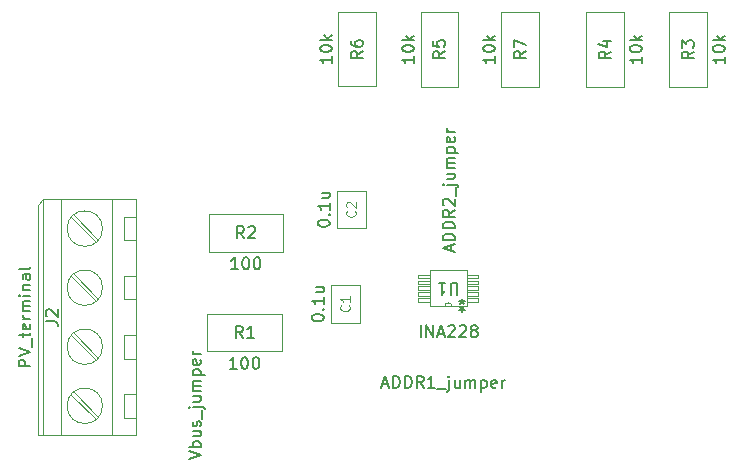
<source format=gbr>
G04 #@! TF.GenerationSoftware,KiCad,Pcbnew,8.0.6-8.0.6-0~ubuntu22.04.1*
G04 #@! TF.CreationDate,2024-11-13T10:01:42+01:00*
G04 #@! TF.ProjectId,INA228_hat,494e4132-3238-45f6-9861-742e6b696361,rev?*
G04 #@! TF.SameCoordinates,Original*
G04 #@! TF.FileFunction,AssemblyDrawing,Top*
%FSLAX46Y46*%
G04 Gerber Fmt 4.6, Leading zero omitted, Abs format (unit mm)*
G04 Created by KiCad (PCBNEW 8.0.6-8.0.6-0~ubuntu22.04.1) date 2024-11-13 10:01:42*
%MOMM*%
%LPD*%
G01*
G04 APERTURE LIST*
%ADD10C,0.150000*%
%ADD11C,0.120000*%
%ADD12C,0.100000*%
%ADD13C,0.025400*%
G04 APERTURE END LIST*
D10*
X139134819Y-56570238D02*
X139134819Y-57141666D01*
X139134819Y-56855952D02*
X138134819Y-56855952D01*
X138134819Y-56855952D02*
X138277676Y-56951190D01*
X138277676Y-56951190D02*
X138372914Y-57046428D01*
X138372914Y-57046428D02*
X138420533Y-57141666D01*
X138134819Y-55951190D02*
X138134819Y-55855952D01*
X138134819Y-55855952D02*
X138182438Y-55760714D01*
X138182438Y-55760714D02*
X138230057Y-55713095D01*
X138230057Y-55713095D02*
X138325295Y-55665476D01*
X138325295Y-55665476D02*
X138515771Y-55617857D01*
X138515771Y-55617857D02*
X138753866Y-55617857D01*
X138753866Y-55617857D02*
X138944342Y-55665476D01*
X138944342Y-55665476D02*
X139039580Y-55713095D01*
X139039580Y-55713095D02*
X139087200Y-55760714D01*
X139087200Y-55760714D02*
X139134819Y-55855952D01*
X139134819Y-55855952D02*
X139134819Y-55951190D01*
X139134819Y-55951190D02*
X139087200Y-56046428D01*
X139087200Y-56046428D02*
X139039580Y-56094047D01*
X139039580Y-56094047D02*
X138944342Y-56141666D01*
X138944342Y-56141666D02*
X138753866Y-56189285D01*
X138753866Y-56189285D02*
X138515771Y-56189285D01*
X138515771Y-56189285D02*
X138325295Y-56141666D01*
X138325295Y-56141666D02*
X138230057Y-56094047D01*
X138230057Y-56094047D02*
X138182438Y-56046428D01*
X138182438Y-56046428D02*
X138134819Y-55951190D01*
X139134819Y-55189285D02*
X138134819Y-55189285D01*
X138753866Y-55094047D02*
X139134819Y-54808333D01*
X138468152Y-54808333D02*
X138849104Y-55189285D01*
X141754819Y-56141666D02*
X141278628Y-56474999D01*
X141754819Y-56713094D02*
X140754819Y-56713094D01*
X140754819Y-56713094D02*
X140754819Y-56332142D01*
X140754819Y-56332142D02*
X140802438Y-56236904D01*
X140802438Y-56236904D02*
X140850057Y-56189285D01*
X140850057Y-56189285D02*
X140945295Y-56141666D01*
X140945295Y-56141666D02*
X141088152Y-56141666D01*
X141088152Y-56141666D02*
X141183390Y-56189285D01*
X141183390Y-56189285D02*
X141231009Y-56236904D01*
X141231009Y-56236904D02*
X141278628Y-56332142D01*
X141278628Y-56332142D02*
X141278628Y-56713094D01*
X140754819Y-55808332D02*
X140754819Y-55141666D01*
X140754819Y-55141666D02*
X141754819Y-55570237D01*
X123654819Y-78739285D02*
X123654819Y-78644047D01*
X123654819Y-78644047D02*
X123702438Y-78548809D01*
X123702438Y-78548809D02*
X123750057Y-78501190D01*
X123750057Y-78501190D02*
X123845295Y-78453571D01*
X123845295Y-78453571D02*
X124035771Y-78405952D01*
X124035771Y-78405952D02*
X124273866Y-78405952D01*
X124273866Y-78405952D02*
X124464342Y-78453571D01*
X124464342Y-78453571D02*
X124559580Y-78501190D01*
X124559580Y-78501190D02*
X124607200Y-78548809D01*
X124607200Y-78548809D02*
X124654819Y-78644047D01*
X124654819Y-78644047D02*
X124654819Y-78739285D01*
X124654819Y-78739285D02*
X124607200Y-78834523D01*
X124607200Y-78834523D02*
X124559580Y-78882142D01*
X124559580Y-78882142D02*
X124464342Y-78929761D01*
X124464342Y-78929761D02*
X124273866Y-78977380D01*
X124273866Y-78977380D02*
X124035771Y-78977380D01*
X124035771Y-78977380D02*
X123845295Y-78929761D01*
X123845295Y-78929761D02*
X123750057Y-78882142D01*
X123750057Y-78882142D02*
X123702438Y-78834523D01*
X123702438Y-78834523D02*
X123654819Y-78739285D01*
X124559580Y-77977380D02*
X124607200Y-77929761D01*
X124607200Y-77929761D02*
X124654819Y-77977380D01*
X124654819Y-77977380D02*
X124607200Y-78024999D01*
X124607200Y-78024999D02*
X124559580Y-77977380D01*
X124559580Y-77977380D02*
X124654819Y-77977380D01*
X124654819Y-76977381D02*
X124654819Y-77548809D01*
X124654819Y-77263095D02*
X123654819Y-77263095D01*
X123654819Y-77263095D02*
X123797676Y-77358333D01*
X123797676Y-77358333D02*
X123892914Y-77453571D01*
X123892914Y-77453571D02*
X123940533Y-77548809D01*
X123988152Y-76120238D02*
X124654819Y-76120238D01*
X123988152Y-76548809D02*
X124511961Y-76548809D01*
X124511961Y-76548809D02*
X124607200Y-76501190D01*
X124607200Y-76501190D02*
X124654819Y-76405952D01*
X124654819Y-76405952D02*
X124654819Y-76263095D01*
X124654819Y-76263095D02*
X124607200Y-76167857D01*
X124607200Y-76167857D02*
X124559580Y-76120238D01*
D11*
X126787664Y-77658332D02*
X126825760Y-77696428D01*
X126825760Y-77696428D02*
X126863855Y-77810713D01*
X126863855Y-77810713D02*
X126863855Y-77886904D01*
X126863855Y-77886904D02*
X126825760Y-78001190D01*
X126825760Y-78001190D02*
X126749569Y-78077380D01*
X126749569Y-78077380D02*
X126673379Y-78115475D01*
X126673379Y-78115475D02*
X126520998Y-78153571D01*
X126520998Y-78153571D02*
X126406712Y-78153571D01*
X126406712Y-78153571D02*
X126254331Y-78115475D01*
X126254331Y-78115475D02*
X126178140Y-78077380D01*
X126178140Y-78077380D02*
X126101950Y-78001190D01*
X126101950Y-78001190D02*
X126063855Y-77886904D01*
X126063855Y-77886904D02*
X126063855Y-77810713D01*
X126063855Y-77810713D02*
X126101950Y-77696428D01*
X126101950Y-77696428D02*
X126140045Y-77658332D01*
X126863855Y-76896428D02*
X126863855Y-77353571D01*
X126863855Y-77124999D02*
X126063855Y-77124999D01*
X126063855Y-77124999D02*
X126178140Y-77201190D01*
X126178140Y-77201190D02*
X126254331Y-77277380D01*
X126254331Y-77277380D02*
X126292426Y-77353571D01*
D10*
X135444104Y-73042856D02*
X135444104Y-72566666D01*
X135729819Y-73138094D02*
X134729819Y-72804761D01*
X134729819Y-72804761D02*
X135729819Y-72471428D01*
X135729819Y-72138094D02*
X134729819Y-72138094D01*
X134729819Y-72138094D02*
X134729819Y-71899999D01*
X134729819Y-71899999D02*
X134777438Y-71757142D01*
X134777438Y-71757142D02*
X134872676Y-71661904D01*
X134872676Y-71661904D02*
X134967914Y-71614285D01*
X134967914Y-71614285D02*
X135158390Y-71566666D01*
X135158390Y-71566666D02*
X135301247Y-71566666D01*
X135301247Y-71566666D02*
X135491723Y-71614285D01*
X135491723Y-71614285D02*
X135586961Y-71661904D01*
X135586961Y-71661904D02*
X135682200Y-71757142D01*
X135682200Y-71757142D02*
X135729819Y-71899999D01*
X135729819Y-71899999D02*
X135729819Y-72138094D01*
X135729819Y-71138094D02*
X134729819Y-71138094D01*
X134729819Y-71138094D02*
X134729819Y-70899999D01*
X134729819Y-70899999D02*
X134777438Y-70757142D01*
X134777438Y-70757142D02*
X134872676Y-70661904D01*
X134872676Y-70661904D02*
X134967914Y-70614285D01*
X134967914Y-70614285D02*
X135158390Y-70566666D01*
X135158390Y-70566666D02*
X135301247Y-70566666D01*
X135301247Y-70566666D02*
X135491723Y-70614285D01*
X135491723Y-70614285D02*
X135586961Y-70661904D01*
X135586961Y-70661904D02*
X135682200Y-70757142D01*
X135682200Y-70757142D02*
X135729819Y-70899999D01*
X135729819Y-70899999D02*
X135729819Y-71138094D01*
X135729819Y-69566666D02*
X135253628Y-69899999D01*
X135729819Y-70138094D02*
X134729819Y-70138094D01*
X134729819Y-70138094D02*
X134729819Y-69757142D01*
X134729819Y-69757142D02*
X134777438Y-69661904D01*
X134777438Y-69661904D02*
X134825057Y-69614285D01*
X134825057Y-69614285D02*
X134920295Y-69566666D01*
X134920295Y-69566666D02*
X135063152Y-69566666D01*
X135063152Y-69566666D02*
X135158390Y-69614285D01*
X135158390Y-69614285D02*
X135206009Y-69661904D01*
X135206009Y-69661904D02*
X135253628Y-69757142D01*
X135253628Y-69757142D02*
X135253628Y-70138094D01*
X134825057Y-69185713D02*
X134777438Y-69138094D01*
X134777438Y-69138094D02*
X134729819Y-69042856D01*
X134729819Y-69042856D02*
X134729819Y-68804761D01*
X134729819Y-68804761D02*
X134777438Y-68709523D01*
X134777438Y-68709523D02*
X134825057Y-68661904D01*
X134825057Y-68661904D02*
X134920295Y-68614285D01*
X134920295Y-68614285D02*
X135015533Y-68614285D01*
X135015533Y-68614285D02*
X135158390Y-68661904D01*
X135158390Y-68661904D02*
X135729819Y-69233332D01*
X135729819Y-69233332D02*
X135729819Y-68614285D01*
X135825057Y-68423809D02*
X135825057Y-67661904D01*
X135063152Y-67423808D02*
X135920295Y-67423808D01*
X135920295Y-67423808D02*
X136015533Y-67471427D01*
X136015533Y-67471427D02*
X136063152Y-67566665D01*
X136063152Y-67566665D02*
X136063152Y-67614284D01*
X134729819Y-67423808D02*
X134777438Y-67471427D01*
X134777438Y-67471427D02*
X134825057Y-67423808D01*
X134825057Y-67423808D02*
X134777438Y-67376189D01*
X134777438Y-67376189D02*
X134729819Y-67423808D01*
X134729819Y-67423808D02*
X134825057Y-67423808D01*
X135063152Y-66519047D02*
X135729819Y-66519047D01*
X135063152Y-66947618D02*
X135586961Y-66947618D01*
X135586961Y-66947618D02*
X135682200Y-66899999D01*
X135682200Y-66899999D02*
X135729819Y-66804761D01*
X135729819Y-66804761D02*
X135729819Y-66661904D01*
X135729819Y-66661904D02*
X135682200Y-66566666D01*
X135682200Y-66566666D02*
X135634580Y-66519047D01*
X135729819Y-66042856D02*
X135063152Y-66042856D01*
X135158390Y-66042856D02*
X135110771Y-65995237D01*
X135110771Y-65995237D02*
X135063152Y-65899999D01*
X135063152Y-65899999D02*
X135063152Y-65757142D01*
X135063152Y-65757142D02*
X135110771Y-65661904D01*
X135110771Y-65661904D02*
X135206009Y-65614285D01*
X135206009Y-65614285D02*
X135729819Y-65614285D01*
X135206009Y-65614285D02*
X135110771Y-65566666D01*
X135110771Y-65566666D02*
X135063152Y-65471428D01*
X135063152Y-65471428D02*
X135063152Y-65328571D01*
X135063152Y-65328571D02*
X135110771Y-65233332D01*
X135110771Y-65233332D02*
X135206009Y-65185713D01*
X135206009Y-65185713D02*
X135729819Y-65185713D01*
X135063152Y-64709523D02*
X136063152Y-64709523D01*
X135110771Y-64709523D02*
X135063152Y-64614285D01*
X135063152Y-64614285D02*
X135063152Y-64423809D01*
X135063152Y-64423809D02*
X135110771Y-64328571D01*
X135110771Y-64328571D02*
X135158390Y-64280952D01*
X135158390Y-64280952D02*
X135253628Y-64233333D01*
X135253628Y-64233333D02*
X135539342Y-64233333D01*
X135539342Y-64233333D02*
X135634580Y-64280952D01*
X135634580Y-64280952D02*
X135682200Y-64328571D01*
X135682200Y-64328571D02*
X135729819Y-64423809D01*
X135729819Y-64423809D02*
X135729819Y-64614285D01*
X135729819Y-64614285D02*
X135682200Y-64709523D01*
X135682200Y-63423809D02*
X135729819Y-63519047D01*
X135729819Y-63519047D02*
X135729819Y-63709523D01*
X135729819Y-63709523D02*
X135682200Y-63804761D01*
X135682200Y-63804761D02*
X135586961Y-63852380D01*
X135586961Y-63852380D02*
X135206009Y-63852380D01*
X135206009Y-63852380D02*
X135110771Y-63804761D01*
X135110771Y-63804761D02*
X135063152Y-63709523D01*
X135063152Y-63709523D02*
X135063152Y-63519047D01*
X135063152Y-63519047D02*
X135110771Y-63423809D01*
X135110771Y-63423809D02*
X135206009Y-63376190D01*
X135206009Y-63376190D02*
X135301247Y-63376190D01*
X135301247Y-63376190D02*
X135396485Y-63852380D01*
X135729819Y-62947618D02*
X135063152Y-62947618D01*
X135253628Y-62947618D02*
X135158390Y-62899999D01*
X135158390Y-62899999D02*
X135110771Y-62852380D01*
X135110771Y-62852380D02*
X135063152Y-62757142D01*
X135063152Y-62757142D02*
X135063152Y-62661904D01*
X113229819Y-90646428D02*
X114229819Y-90313095D01*
X114229819Y-90313095D02*
X113229819Y-89979762D01*
X114229819Y-89646428D02*
X113229819Y-89646428D01*
X113610771Y-89646428D02*
X113563152Y-89551190D01*
X113563152Y-89551190D02*
X113563152Y-89360714D01*
X113563152Y-89360714D02*
X113610771Y-89265476D01*
X113610771Y-89265476D02*
X113658390Y-89217857D01*
X113658390Y-89217857D02*
X113753628Y-89170238D01*
X113753628Y-89170238D02*
X114039342Y-89170238D01*
X114039342Y-89170238D02*
X114134580Y-89217857D01*
X114134580Y-89217857D02*
X114182200Y-89265476D01*
X114182200Y-89265476D02*
X114229819Y-89360714D01*
X114229819Y-89360714D02*
X114229819Y-89551190D01*
X114229819Y-89551190D02*
X114182200Y-89646428D01*
X113563152Y-88313095D02*
X114229819Y-88313095D01*
X113563152Y-88741666D02*
X114086961Y-88741666D01*
X114086961Y-88741666D02*
X114182200Y-88694047D01*
X114182200Y-88694047D02*
X114229819Y-88598809D01*
X114229819Y-88598809D02*
X114229819Y-88455952D01*
X114229819Y-88455952D02*
X114182200Y-88360714D01*
X114182200Y-88360714D02*
X114134580Y-88313095D01*
X114182200Y-87884523D02*
X114229819Y-87789285D01*
X114229819Y-87789285D02*
X114229819Y-87598809D01*
X114229819Y-87598809D02*
X114182200Y-87503571D01*
X114182200Y-87503571D02*
X114086961Y-87455952D01*
X114086961Y-87455952D02*
X114039342Y-87455952D01*
X114039342Y-87455952D02*
X113944104Y-87503571D01*
X113944104Y-87503571D02*
X113896485Y-87598809D01*
X113896485Y-87598809D02*
X113896485Y-87741666D01*
X113896485Y-87741666D02*
X113848866Y-87836904D01*
X113848866Y-87836904D02*
X113753628Y-87884523D01*
X113753628Y-87884523D02*
X113706009Y-87884523D01*
X113706009Y-87884523D02*
X113610771Y-87836904D01*
X113610771Y-87836904D02*
X113563152Y-87741666D01*
X113563152Y-87741666D02*
X113563152Y-87598809D01*
X113563152Y-87598809D02*
X113610771Y-87503571D01*
X114325057Y-87265476D02*
X114325057Y-86503571D01*
X113563152Y-86265475D02*
X114420295Y-86265475D01*
X114420295Y-86265475D02*
X114515533Y-86313094D01*
X114515533Y-86313094D02*
X114563152Y-86408332D01*
X114563152Y-86408332D02*
X114563152Y-86455951D01*
X113229819Y-86265475D02*
X113277438Y-86313094D01*
X113277438Y-86313094D02*
X113325057Y-86265475D01*
X113325057Y-86265475D02*
X113277438Y-86217856D01*
X113277438Y-86217856D02*
X113229819Y-86265475D01*
X113229819Y-86265475D02*
X113325057Y-86265475D01*
X113563152Y-85360714D02*
X114229819Y-85360714D01*
X113563152Y-85789285D02*
X114086961Y-85789285D01*
X114086961Y-85789285D02*
X114182200Y-85741666D01*
X114182200Y-85741666D02*
X114229819Y-85646428D01*
X114229819Y-85646428D02*
X114229819Y-85503571D01*
X114229819Y-85503571D02*
X114182200Y-85408333D01*
X114182200Y-85408333D02*
X114134580Y-85360714D01*
X114229819Y-84884523D02*
X113563152Y-84884523D01*
X113658390Y-84884523D02*
X113610771Y-84836904D01*
X113610771Y-84836904D02*
X113563152Y-84741666D01*
X113563152Y-84741666D02*
X113563152Y-84598809D01*
X113563152Y-84598809D02*
X113610771Y-84503571D01*
X113610771Y-84503571D02*
X113706009Y-84455952D01*
X113706009Y-84455952D02*
X114229819Y-84455952D01*
X113706009Y-84455952D02*
X113610771Y-84408333D01*
X113610771Y-84408333D02*
X113563152Y-84313095D01*
X113563152Y-84313095D02*
X113563152Y-84170238D01*
X113563152Y-84170238D02*
X113610771Y-84074999D01*
X113610771Y-84074999D02*
X113706009Y-84027380D01*
X113706009Y-84027380D02*
X114229819Y-84027380D01*
X113563152Y-83551190D02*
X114563152Y-83551190D01*
X113610771Y-83551190D02*
X113563152Y-83455952D01*
X113563152Y-83455952D02*
X113563152Y-83265476D01*
X113563152Y-83265476D02*
X113610771Y-83170238D01*
X113610771Y-83170238D02*
X113658390Y-83122619D01*
X113658390Y-83122619D02*
X113753628Y-83075000D01*
X113753628Y-83075000D02*
X114039342Y-83075000D01*
X114039342Y-83075000D02*
X114134580Y-83122619D01*
X114134580Y-83122619D02*
X114182200Y-83170238D01*
X114182200Y-83170238D02*
X114229819Y-83265476D01*
X114229819Y-83265476D02*
X114229819Y-83455952D01*
X114229819Y-83455952D02*
X114182200Y-83551190D01*
X114182200Y-82265476D02*
X114229819Y-82360714D01*
X114229819Y-82360714D02*
X114229819Y-82551190D01*
X114229819Y-82551190D02*
X114182200Y-82646428D01*
X114182200Y-82646428D02*
X114086961Y-82694047D01*
X114086961Y-82694047D02*
X113706009Y-82694047D01*
X113706009Y-82694047D02*
X113610771Y-82646428D01*
X113610771Y-82646428D02*
X113563152Y-82551190D01*
X113563152Y-82551190D02*
X113563152Y-82360714D01*
X113563152Y-82360714D02*
X113610771Y-82265476D01*
X113610771Y-82265476D02*
X113706009Y-82217857D01*
X113706009Y-82217857D02*
X113801247Y-82217857D01*
X113801247Y-82217857D02*
X113896485Y-82694047D01*
X114229819Y-81789285D02*
X113563152Y-81789285D01*
X113753628Y-81789285D02*
X113658390Y-81741666D01*
X113658390Y-81741666D02*
X113610771Y-81694047D01*
X113610771Y-81694047D02*
X113563152Y-81598809D01*
X113563152Y-81598809D02*
X113563152Y-81503571D01*
X99819819Y-82816666D02*
X98819819Y-82816666D01*
X98819819Y-82816666D02*
X98819819Y-82435714D01*
X98819819Y-82435714D02*
X98867438Y-82340476D01*
X98867438Y-82340476D02*
X98915057Y-82292857D01*
X98915057Y-82292857D02*
X99010295Y-82245238D01*
X99010295Y-82245238D02*
X99153152Y-82245238D01*
X99153152Y-82245238D02*
X99248390Y-82292857D01*
X99248390Y-82292857D02*
X99296009Y-82340476D01*
X99296009Y-82340476D02*
X99343628Y-82435714D01*
X99343628Y-82435714D02*
X99343628Y-82816666D01*
X98819819Y-81959523D02*
X99819819Y-81626190D01*
X99819819Y-81626190D02*
X98819819Y-81292857D01*
X99915057Y-81197619D02*
X99915057Y-80435714D01*
X99153152Y-80340475D02*
X99153152Y-79959523D01*
X98819819Y-80197618D02*
X99676961Y-80197618D01*
X99676961Y-80197618D02*
X99772200Y-80149999D01*
X99772200Y-80149999D02*
X99819819Y-80054761D01*
X99819819Y-80054761D02*
X99819819Y-79959523D01*
X99772200Y-79245237D02*
X99819819Y-79340475D01*
X99819819Y-79340475D02*
X99819819Y-79530951D01*
X99819819Y-79530951D02*
X99772200Y-79626189D01*
X99772200Y-79626189D02*
X99676961Y-79673808D01*
X99676961Y-79673808D02*
X99296009Y-79673808D01*
X99296009Y-79673808D02*
X99200771Y-79626189D01*
X99200771Y-79626189D02*
X99153152Y-79530951D01*
X99153152Y-79530951D02*
X99153152Y-79340475D01*
X99153152Y-79340475D02*
X99200771Y-79245237D01*
X99200771Y-79245237D02*
X99296009Y-79197618D01*
X99296009Y-79197618D02*
X99391247Y-79197618D01*
X99391247Y-79197618D02*
X99486485Y-79673808D01*
X99819819Y-78769046D02*
X99153152Y-78769046D01*
X99343628Y-78769046D02*
X99248390Y-78721427D01*
X99248390Y-78721427D02*
X99200771Y-78673808D01*
X99200771Y-78673808D02*
X99153152Y-78578570D01*
X99153152Y-78578570D02*
X99153152Y-78483332D01*
X99819819Y-78149998D02*
X99153152Y-78149998D01*
X99248390Y-78149998D02*
X99200771Y-78102379D01*
X99200771Y-78102379D02*
X99153152Y-78007141D01*
X99153152Y-78007141D02*
X99153152Y-77864284D01*
X99153152Y-77864284D02*
X99200771Y-77769046D01*
X99200771Y-77769046D02*
X99296009Y-77721427D01*
X99296009Y-77721427D02*
X99819819Y-77721427D01*
X99296009Y-77721427D02*
X99200771Y-77673808D01*
X99200771Y-77673808D02*
X99153152Y-77578570D01*
X99153152Y-77578570D02*
X99153152Y-77435713D01*
X99153152Y-77435713D02*
X99200771Y-77340474D01*
X99200771Y-77340474D02*
X99296009Y-77292855D01*
X99296009Y-77292855D02*
X99819819Y-77292855D01*
X99819819Y-76816665D02*
X99153152Y-76816665D01*
X98819819Y-76816665D02*
X98867438Y-76864284D01*
X98867438Y-76864284D02*
X98915057Y-76816665D01*
X98915057Y-76816665D02*
X98867438Y-76769046D01*
X98867438Y-76769046D02*
X98819819Y-76816665D01*
X98819819Y-76816665D02*
X98915057Y-76816665D01*
X99153152Y-76340475D02*
X99819819Y-76340475D01*
X99248390Y-76340475D02*
X99200771Y-76292856D01*
X99200771Y-76292856D02*
X99153152Y-76197618D01*
X99153152Y-76197618D02*
X99153152Y-76054761D01*
X99153152Y-76054761D02*
X99200771Y-75959523D01*
X99200771Y-75959523D02*
X99296009Y-75911904D01*
X99296009Y-75911904D02*
X99819819Y-75911904D01*
X99819819Y-75007142D02*
X99296009Y-75007142D01*
X99296009Y-75007142D02*
X99200771Y-75054761D01*
X99200771Y-75054761D02*
X99153152Y-75149999D01*
X99153152Y-75149999D02*
X99153152Y-75340475D01*
X99153152Y-75340475D02*
X99200771Y-75435713D01*
X99772200Y-75007142D02*
X99819819Y-75102380D01*
X99819819Y-75102380D02*
X99819819Y-75340475D01*
X99819819Y-75340475D02*
X99772200Y-75435713D01*
X99772200Y-75435713D02*
X99676961Y-75483332D01*
X99676961Y-75483332D02*
X99581723Y-75483332D01*
X99581723Y-75483332D02*
X99486485Y-75435713D01*
X99486485Y-75435713D02*
X99438866Y-75340475D01*
X99438866Y-75340475D02*
X99438866Y-75102380D01*
X99438866Y-75102380D02*
X99391247Y-75007142D01*
X99819819Y-74388094D02*
X99772200Y-74483332D01*
X99772200Y-74483332D02*
X99676961Y-74530951D01*
X99676961Y-74530951D02*
X98819819Y-74530951D01*
X101129819Y-78983333D02*
X101844104Y-78983333D01*
X101844104Y-78983333D02*
X101986961Y-79030952D01*
X101986961Y-79030952D02*
X102082200Y-79126190D01*
X102082200Y-79126190D02*
X102129819Y-79269047D01*
X102129819Y-79269047D02*
X102129819Y-79364285D01*
X101225057Y-78554761D02*
X101177438Y-78507142D01*
X101177438Y-78507142D02*
X101129819Y-78411904D01*
X101129819Y-78411904D02*
X101129819Y-78173809D01*
X101129819Y-78173809D02*
X101177438Y-78078571D01*
X101177438Y-78078571D02*
X101225057Y-78030952D01*
X101225057Y-78030952D02*
X101320295Y-77983333D01*
X101320295Y-77983333D02*
X101415533Y-77983333D01*
X101415533Y-77983333D02*
X101558390Y-78030952D01*
X101558390Y-78030952D02*
X102129819Y-78602380D01*
X102129819Y-78602380D02*
X102129819Y-77983333D01*
X151574819Y-56582738D02*
X151574819Y-57154166D01*
X151574819Y-56868452D02*
X150574819Y-56868452D01*
X150574819Y-56868452D02*
X150717676Y-56963690D01*
X150717676Y-56963690D02*
X150812914Y-57058928D01*
X150812914Y-57058928D02*
X150860533Y-57154166D01*
X150574819Y-55963690D02*
X150574819Y-55868452D01*
X150574819Y-55868452D02*
X150622438Y-55773214D01*
X150622438Y-55773214D02*
X150670057Y-55725595D01*
X150670057Y-55725595D02*
X150765295Y-55677976D01*
X150765295Y-55677976D02*
X150955771Y-55630357D01*
X150955771Y-55630357D02*
X151193866Y-55630357D01*
X151193866Y-55630357D02*
X151384342Y-55677976D01*
X151384342Y-55677976D02*
X151479580Y-55725595D01*
X151479580Y-55725595D02*
X151527200Y-55773214D01*
X151527200Y-55773214D02*
X151574819Y-55868452D01*
X151574819Y-55868452D02*
X151574819Y-55963690D01*
X151574819Y-55963690D02*
X151527200Y-56058928D01*
X151527200Y-56058928D02*
X151479580Y-56106547D01*
X151479580Y-56106547D02*
X151384342Y-56154166D01*
X151384342Y-56154166D02*
X151193866Y-56201785D01*
X151193866Y-56201785D02*
X150955771Y-56201785D01*
X150955771Y-56201785D02*
X150765295Y-56154166D01*
X150765295Y-56154166D02*
X150670057Y-56106547D01*
X150670057Y-56106547D02*
X150622438Y-56058928D01*
X150622438Y-56058928D02*
X150574819Y-55963690D01*
X151574819Y-55201785D02*
X150574819Y-55201785D01*
X151193866Y-55106547D02*
X151574819Y-54820833D01*
X150908152Y-54820833D02*
X151289104Y-55201785D01*
X148954819Y-56154166D02*
X148478628Y-56487499D01*
X148954819Y-56725594D02*
X147954819Y-56725594D01*
X147954819Y-56725594D02*
X147954819Y-56344642D01*
X147954819Y-56344642D02*
X148002438Y-56249404D01*
X148002438Y-56249404D02*
X148050057Y-56201785D01*
X148050057Y-56201785D02*
X148145295Y-56154166D01*
X148145295Y-56154166D02*
X148288152Y-56154166D01*
X148288152Y-56154166D02*
X148383390Y-56201785D01*
X148383390Y-56201785D02*
X148431009Y-56249404D01*
X148431009Y-56249404D02*
X148478628Y-56344642D01*
X148478628Y-56344642D02*
X148478628Y-56725594D01*
X148288152Y-55297023D02*
X148954819Y-55297023D01*
X147907200Y-55535118D02*
X148621485Y-55773213D01*
X148621485Y-55773213D02*
X148621485Y-55154166D01*
X132865397Y-80338668D02*
X132865397Y-79338668D01*
X133341587Y-80338668D02*
X133341587Y-79338668D01*
X133341587Y-79338668D02*
X133913015Y-80338668D01*
X133913015Y-80338668D02*
X133913015Y-79338668D01*
X134341587Y-80052953D02*
X134817777Y-80052953D01*
X134246349Y-80338668D02*
X134579682Y-79338668D01*
X134579682Y-79338668D02*
X134913015Y-80338668D01*
X135198730Y-79433906D02*
X135246349Y-79386287D01*
X135246349Y-79386287D02*
X135341587Y-79338668D01*
X135341587Y-79338668D02*
X135579682Y-79338668D01*
X135579682Y-79338668D02*
X135674920Y-79386287D01*
X135674920Y-79386287D02*
X135722539Y-79433906D01*
X135722539Y-79433906D02*
X135770158Y-79529144D01*
X135770158Y-79529144D02*
X135770158Y-79624382D01*
X135770158Y-79624382D02*
X135722539Y-79767239D01*
X135722539Y-79767239D02*
X135151111Y-80338668D01*
X135151111Y-80338668D02*
X135770158Y-80338668D01*
X136151111Y-79433906D02*
X136198730Y-79386287D01*
X136198730Y-79386287D02*
X136293968Y-79338668D01*
X136293968Y-79338668D02*
X136532063Y-79338668D01*
X136532063Y-79338668D02*
X136627301Y-79386287D01*
X136627301Y-79386287D02*
X136674920Y-79433906D01*
X136674920Y-79433906D02*
X136722539Y-79529144D01*
X136722539Y-79529144D02*
X136722539Y-79624382D01*
X136722539Y-79624382D02*
X136674920Y-79767239D01*
X136674920Y-79767239D02*
X136103492Y-80338668D01*
X136103492Y-80338668D02*
X136722539Y-80338668D01*
X137293968Y-79767239D02*
X137198730Y-79719620D01*
X137198730Y-79719620D02*
X137151111Y-79672001D01*
X137151111Y-79672001D02*
X137103492Y-79576763D01*
X137103492Y-79576763D02*
X137103492Y-79529144D01*
X137103492Y-79529144D02*
X137151111Y-79433906D01*
X137151111Y-79433906D02*
X137198730Y-79386287D01*
X137198730Y-79386287D02*
X137293968Y-79338668D01*
X137293968Y-79338668D02*
X137484444Y-79338668D01*
X137484444Y-79338668D02*
X137579682Y-79386287D01*
X137579682Y-79386287D02*
X137627301Y-79433906D01*
X137627301Y-79433906D02*
X137674920Y-79529144D01*
X137674920Y-79529144D02*
X137674920Y-79576763D01*
X137674920Y-79576763D02*
X137627301Y-79672001D01*
X137627301Y-79672001D02*
X137579682Y-79719620D01*
X137579682Y-79719620D02*
X137484444Y-79767239D01*
X137484444Y-79767239D02*
X137293968Y-79767239D01*
X137293968Y-79767239D02*
X137198730Y-79814858D01*
X137198730Y-79814858D02*
X137151111Y-79862477D01*
X137151111Y-79862477D02*
X137103492Y-79957715D01*
X137103492Y-79957715D02*
X137103492Y-80148191D01*
X137103492Y-80148191D02*
X137151111Y-80243429D01*
X137151111Y-80243429D02*
X137198730Y-80291049D01*
X137198730Y-80291049D02*
X137293968Y-80338668D01*
X137293968Y-80338668D02*
X137484444Y-80338668D01*
X137484444Y-80338668D02*
X137579682Y-80291049D01*
X137579682Y-80291049D02*
X137627301Y-80243429D01*
X137627301Y-80243429D02*
X137674920Y-80148191D01*
X137674920Y-80148191D02*
X137674920Y-79957715D01*
X137674920Y-79957715D02*
X137627301Y-79862477D01*
X137627301Y-79862477D02*
X137579682Y-79814858D01*
X137579682Y-79814858D02*
X137484444Y-79767239D01*
X135961903Y-76729030D02*
X135961903Y-75919507D01*
X135961903Y-75919507D02*
X135914284Y-75824269D01*
X135914284Y-75824269D02*
X135866665Y-75776650D01*
X135866665Y-75776650D02*
X135771427Y-75729030D01*
X135771427Y-75729030D02*
X135580951Y-75729030D01*
X135580951Y-75729030D02*
X135485713Y-75776650D01*
X135485713Y-75776650D02*
X135438094Y-75824269D01*
X135438094Y-75824269D02*
X135390475Y-75919507D01*
X135390475Y-75919507D02*
X135390475Y-76729030D01*
X134390475Y-75729030D02*
X134961903Y-75729030D01*
X134676189Y-75729030D02*
X134676189Y-76729030D01*
X134676189Y-76729030D02*
X134771427Y-76586173D01*
X134771427Y-76586173D02*
X134866665Y-76490935D01*
X134866665Y-76490935D02*
X134961903Y-76443316D01*
X136368399Y-77111869D02*
X136368399Y-77349964D01*
X136130304Y-77254726D02*
X136368399Y-77349964D01*
X136368399Y-77349964D02*
X136606494Y-77254726D01*
X136225542Y-77540440D02*
X136368399Y-77349964D01*
X136368399Y-77349964D02*
X136511256Y-77540440D01*
X136368398Y-78202230D02*
X136368398Y-77964135D01*
X136606493Y-78059373D02*
X136368398Y-77964135D01*
X136368398Y-77964135D02*
X136130303Y-78059373D01*
X136511255Y-77773659D02*
X136368398Y-77964135D01*
X136368398Y-77964135D02*
X136225541Y-77773659D01*
X125334819Y-56557738D02*
X125334819Y-57129166D01*
X125334819Y-56843452D02*
X124334819Y-56843452D01*
X124334819Y-56843452D02*
X124477676Y-56938690D01*
X124477676Y-56938690D02*
X124572914Y-57033928D01*
X124572914Y-57033928D02*
X124620533Y-57129166D01*
X124334819Y-55938690D02*
X124334819Y-55843452D01*
X124334819Y-55843452D02*
X124382438Y-55748214D01*
X124382438Y-55748214D02*
X124430057Y-55700595D01*
X124430057Y-55700595D02*
X124525295Y-55652976D01*
X124525295Y-55652976D02*
X124715771Y-55605357D01*
X124715771Y-55605357D02*
X124953866Y-55605357D01*
X124953866Y-55605357D02*
X125144342Y-55652976D01*
X125144342Y-55652976D02*
X125239580Y-55700595D01*
X125239580Y-55700595D02*
X125287200Y-55748214D01*
X125287200Y-55748214D02*
X125334819Y-55843452D01*
X125334819Y-55843452D02*
X125334819Y-55938690D01*
X125334819Y-55938690D02*
X125287200Y-56033928D01*
X125287200Y-56033928D02*
X125239580Y-56081547D01*
X125239580Y-56081547D02*
X125144342Y-56129166D01*
X125144342Y-56129166D02*
X124953866Y-56176785D01*
X124953866Y-56176785D02*
X124715771Y-56176785D01*
X124715771Y-56176785D02*
X124525295Y-56129166D01*
X124525295Y-56129166D02*
X124430057Y-56081547D01*
X124430057Y-56081547D02*
X124382438Y-56033928D01*
X124382438Y-56033928D02*
X124334819Y-55938690D01*
X125334819Y-55176785D02*
X124334819Y-55176785D01*
X124953866Y-55081547D02*
X125334819Y-54795833D01*
X124668152Y-54795833D02*
X125049104Y-55176785D01*
X127954819Y-56129166D02*
X127478628Y-56462499D01*
X127954819Y-56700594D02*
X126954819Y-56700594D01*
X126954819Y-56700594D02*
X126954819Y-56319642D01*
X126954819Y-56319642D02*
X127002438Y-56224404D01*
X127002438Y-56224404D02*
X127050057Y-56176785D01*
X127050057Y-56176785D02*
X127145295Y-56129166D01*
X127145295Y-56129166D02*
X127288152Y-56129166D01*
X127288152Y-56129166D02*
X127383390Y-56176785D01*
X127383390Y-56176785D02*
X127431009Y-56224404D01*
X127431009Y-56224404D02*
X127478628Y-56319642D01*
X127478628Y-56319642D02*
X127478628Y-56700594D01*
X126954819Y-55272023D02*
X126954819Y-55462499D01*
X126954819Y-55462499D02*
X127002438Y-55557737D01*
X127002438Y-55557737D02*
X127050057Y-55605356D01*
X127050057Y-55605356D02*
X127192914Y-55700594D01*
X127192914Y-55700594D02*
X127383390Y-55748213D01*
X127383390Y-55748213D02*
X127764342Y-55748213D01*
X127764342Y-55748213D02*
X127859580Y-55700594D01*
X127859580Y-55700594D02*
X127907200Y-55652975D01*
X127907200Y-55652975D02*
X127954819Y-55557737D01*
X127954819Y-55557737D02*
X127954819Y-55367261D01*
X127954819Y-55367261D02*
X127907200Y-55272023D01*
X127907200Y-55272023D02*
X127859580Y-55224404D01*
X127859580Y-55224404D02*
X127764342Y-55176785D01*
X127764342Y-55176785D02*
X127526247Y-55176785D01*
X127526247Y-55176785D02*
X127431009Y-55224404D01*
X127431009Y-55224404D02*
X127383390Y-55272023D01*
X127383390Y-55272023D02*
X127335771Y-55367261D01*
X127335771Y-55367261D02*
X127335771Y-55557737D01*
X127335771Y-55557737D02*
X127383390Y-55652975D01*
X127383390Y-55652975D02*
X127431009Y-55700594D01*
X127431009Y-55700594D02*
X127526247Y-55748213D01*
X132284819Y-56570238D02*
X132284819Y-57141666D01*
X132284819Y-56855952D02*
X131284819Y-56855952D01*
X131284819Y-56855952D02*
X131427676Y-56951190D01*
X131427676Y-56951190D02*
X131522914Y-57046428D01*
X131522914Y-57046428D02*
X131570533Y-57141666D01*
X131284819Y-55951190D02*
X131284819Y-55855952D01*
X131284819Y-55855952D02*
X131332438Y-55760714D01*
X131332438Y-55760714D02*
X131380057Y-55713095D01*
X131380057Y-55713095D02*
X131475295Y-55665476D01*
X131475295Y-55665476D02*
X131665771Y-55617857D01*
X131665771Y-55617857D02*
X131903866Y-55617857D01*
X131903866Y-55617857D02*
X132094342Y-55665476D01*
X132094342Y-55665476D02*
X132189580Y-55713095D01*
X132189580Y-55713095D02*
X132237200Y-55760714D01*
X132237200Y-55760714D02*
X132284819Y-55855952D01*
X132284819Y-55855952D02*
X132284819Y-55951190D01*
X132284819Y-55951190D02*
X132237200Y-56046428D01*
X132237200Y-56046428D02*
X132189580Y-56094047D01*
X132189580Y-56094047D02*
X132094342Y-56141666D01*
X132094342Y-56141666D02*
X131903866Y-56189285D01*
X131903866Y-56189285D02*
X131665771Y-56189285D01*
X131665771Y-56189285D02*
X131475295Y-56141666D01*
X131475295Y-56141666D02*
X131380057Y-56094047D01*
X131380057Y-56094047D02*
X131332438Y-56046428D01*
X131332438Y-56046428D02*
X131284819Y-55951190D01*
X132284819Y-55189285D02*
X131284819Y-55189285D01*
X131903866Y-55094047D02*
X132284819Y-54808333D01*
X131618152Y-54808333D02*
X131999104Y-55189285D01*
X134904819Y-56141666D02*
X134428628Y-56474999D01*
X134904819Y-56713094D02*
X133904819Y-56713094D01*
X133904819Y-56713094D02*
X133904819Y-56332142D01*
X133904819Y-56332142D02*
X133952438Y-56236904D01*
X133952438Y-56236904D02*
X134000057Y-56189285D01*
X134000057Y-56189285D02*
X134095295Y-56141666D01*
X134095295Y-56141666D02*
X134238152Y-56141666D01*
X134238152Y-56141666D02*
X134333390Y-56189285D01*
X134333390Y-56189285D02*
X134381009Y-56236904D01*
X134381009Y-56236904D02*
X134428628Y-56332142D01*
X134428628Y-56332142D02*
X134428628Y-56713094D01*
X133904819Y-55236904D02*
X133904819Y-55713094D01*
X133904819Y-55713094D02*
X134381009Y-55760713D01*
X134381009Y-55760713D02*
X134333390Y-55713094D01*
X134333390Y-55713094D02*
X134285771Y-55617856D01*
X134285771Y-55617856D02*
X134285771Y-55379761D01*
X134285771Y-55379761D02*
X134333390Y-55284523D01*
X134333390Y-55284523D02*
X134381009Y-55236904D01*
X134381009Y-55236904D02*
X134476247Y-55189285D01*
X134476247Y-55189285D02*
X134714342Y-55189285D01*
X134714342Y-55189285D02*
X134809580Y-55236904D01*
X134809580Y-55236904D02*
X134857200Y-55284523D01*
X134857200Y-55284523D02*
X134904819Y-55379761D01*
X134904819Y-55379761D02*
X134904819Y-55617856D01*
X134904819Y-55617856D02*
X134857200Y-55713094D01*
X134857200Y-55713094D02*
X134809580Y-55760713D01*
X117395833Y-74574819D02*
X116824405Y-74574819D01*
X117110119Y-74574819D02*
X117110119Y-73574819D01*
X117110119Y-73574819D02*
X117014881Y-73717676D01*
X117014881Y-73717676D02*
X116919643Y-73812914D01*
X116919643Y-73812914D02*
X116824405Y-73860533D01*
X118014881Y-73574819D02*
X118110119Y-73574819D01*
X118110119Y-73574819D02*
X118205357Y-73622438D01*
X118205357Y-73622438D02*
X118252976Y-73670057D01*
X118252976Y-73670057D02*
X118300595Y-73765295D01*
X118300595Y-73765295D02*
X118348214Y-73955771D01*
X118348214Y-73955771D02*
X118348214Y-74193866D01*
X118348214Y-74193866D02*
X118300595Y-74384342D01*
X118300595Y-74384342D02*
X118252976Y-74479580D01*
X118252976Y-74479580D02*
X118205357Y-74527200D01*
X118205357Y-74527200D02*
X118110119Y-74574819D01*
X118110119Y-74574819D02*
X118014881Y-74574819D01*
X118014881Y-74574819D02*
X117919643Y-74527200D01*
X117919643Y-74527200D02*
X117872024Y-74479580D01*
X117872024Y-74479580D02*
X117824405Y-74384342D01*
X117824405Y-74384342D02*
X117776786Y-74193866D01*
X117776786Y-74193866D02*
X117776786Y-73955771D01*
X117776786Y-73955771D02*
X117824405Y-73765295D01*
X117824405Y-73765295D02*
X117872024Y-73670057D01*
X117872024Y-73670057D02*
X117919643Y-73622438D01*
X117919643Y-73622438D02*
X118014881Y-73574819D01*
X118967262Y-73574819D02*
X119062500Y-73574819D01*
X119062500Y-73574819D02*
X119157738Y-73622438D01*
X119157738Y-73622438D02*
X119205357Y-73670057D01*
X119205357Y-73670057D02*
X119252976Y-73765295D01*
X119252976Y-73765295D02*
X119300595Y-73955771D01*
X119300595Y-73955771D02*
X119300595Y-74193866D01*
X119300595Y-74193866D02*
X119252976Y-74384342D01*
X119252976Y-74384342D02*
X119205357Y-74479580D01*
X119205357Y-74479580D02*
X119157738Y-74527200D01*
X119157738Y-74527200D02*
X119062500Y-74574819D01*
X119062500Y-74574819D02*
X118967262Y-74574819D01*
X118967262Y-74574819D02*
X118872024Y-74527200D01*
X118872024Y-74527200D02*
X118824405Y-74479580D01*
X118824405Y-74479580D02*
X118776786Y-74384342D01*
X118776786Y-74384342D02*
X118729167Y-74193866D01*
X118729167Y-74193866D02*
X118729167Y-73955771D01*
X118729167Y-73955771D02*
X118776786Y-73765295D01*
X118776786Y-73765295D02*
X118824405Y-73670057D01*
X118824405Y-73670057D02*
X118872024Y-73622438D01*
X118872024Y-73622438D02*
X118967262Y-73574819D01*
X117895833Y-71954819D02*
X117562500Y-71478628D01*
X117324405Y-71954819D02*
X117324405Y-70954819D01*
X117324405Y-70954819D02*
X117705357Y-70954819D01*
X117705357Y-70954819D02*
X117800595Y-71002438D01*
X117800595Y-71002438D02*
X117848214Y-71050057D01*
X117848214Y-71050057D02*
X117895833Y-71145295D01*
X117895833Y-71145295D02*
X117895833Y-71288152D01*
X117895833Y-71288152D02*
X117848214Y-71383390D01*
X117848214Y-71383390D02*
X117800595Y-71431009D01*
X117800595Y-71431009D02*
X117705357Y-71478628D01*
X117705357Y-71478628D02*
X117324405Y-71478628D01*
X118276786Y-71050057D02*
X118324405Y-71002438D01*
X118324405Y-71002438D02*
X118419643Y-70954819D01*
X118419643Y-70954819D02*
X118657738Y-70954819D01*
X118657738Y-70954819D02*
X118752976Y-71002438D01*
X118752976Y-71002438D02*
X118800595Y-71050057D01*
X118800595Y-71050057D02*
X118848214Y-71145295D01*
X118848214Y-71145295D02*
X118848214Y-71240533D01*
X118848214Y-71240533D02*
X118800595Y-71383390D01*
X118800595Y-71383390D02*
X118229167Y-71954819D01*
X118229167Y-71954819D02*
X118848214Y-71954819D01*
X158599819Y-56582738D02*
X158599819Y-57154166D01*
X158599819Y-56868452D02*
X157599819Y-56868452D01*
X157599819Y-56868452D02*
X157742676Y-56963690D01*
X157742676Y-56963690D02*
X157837914Y-57058928D01*
X157837914Y-57058928D02*
X157885533Y-57154166D01*
X157599819Y-55963690D02*
X157599819Y-55868452D01*
X157599819Y-55868452D02*
X157647438Y-55773214D01*
X157647438Y-55773214D02*
X157695057Y-55725595D01*
X157695057Y-55725595D02*
X157790295Y-55677976D01*
X157790295Y-55677976D02*
X157980771Y-55630357D01*
X157980771Y-55630357D02*
X158218866Y-55630357D01*
X158218866Y-55630357D02*
X158409342Y-55677976D01*
X158409342Y-55677976D02*
X158504580Y-55725595D01*
X158504580Y-55725595D02*
X158552200Y-55773214D01*
X158552200Y-55773214D02*
X158599819Y-55868452D01*
X158599819Y-55868452D02*
X158599819Y-55963690D01*
X158599819Y-55963690D02*
X158552200Y-56058928D01*
X158552200Y-56058928D02*
X158504580Y-56106547D01*
X158504580Y-56106547D02*
X158409342Y-56154166D01*
X158409342Y-56154166D02*
X158218866Y-56201785D01*
X158218866Y-56201785D02*
X157980771Y-56201785D01*
X157980771Y-56201785D02*
X157790295Y-56154166D01*
X157790295Y-56154166D02*
X157695057Y-56106547D01*
X157695057Y-56106547D02*
X157647438Y-56058928D01*
X157647438Y-56058928D02*
X157599819Y-55963690D01*
X158599819Y-55201785D02*
X157599819Y-55201785D01*
X158218866Y-55106547D02*
X158599819Y-54820833D01*
X157933152Y-54820833D02*
X158314104Y-55201785D01*
X155979819Y-56154166D02*
X155503628Y-56487499D01*
X155979819Y-56725594D02*
X154979819Y-56725594D01*
X154979819Y-56725594D02*
X154979819Y-56344642D01*
X154979819Y-56344642D02*
X155027438Y-56249404D01*
X155027438Y-56249404D02*
X155075057Y-56201785D01*
X155075057Y-56201785D02*
X155170295Y-56154166D01*
X155170295Y-56154166D02*
X155313152Y-56154166D01*
X155313152Y-56154166D02*
X155408390Y-56201785D01*
X155408390Y-56201785D02*
X155456009Y-56249404D01*
X155456009Y-56249404D02*
X155503628Y-56344642D01*
X155503628Y-56344642D02*
X155503628Y-56725594D01*
X154979819Y-55820832D02*
X154979819Y-55201785D01*
X154979819Y-55201785D02*
X155360771Y-55535118D01*
X155360771Y-55535118D02*
X155360771Y-55392261D01*
X155360771Y-55392261D02*
X155408390Y-55297023D01*
X155408390Y-55297023D02*
X155456009Y-55249404D01*
X155456009Y-55249404D02*
X155551247Y-55201785D01*
X155551247Y-55201785D02*
X155789342Y-55201785D01*
X155789342Y-55201785D02*
X155884580Y-55249404D01*
X155884580Y-55249404D02*
X155932200Y-55297023D01*
X155932200Y-55297023D02*
X155979819Y-55392261D01*
X155979819Y-55392261D02*
X155979819Y-55677975D01*
X155979819Y-55677975D02*
X155932200Y-55773213D01*
X155932200Y-55773213D02*
X155884580Y-55820832D01*
X117295833Y-83024819D02*
X116724405Y-83024819D01*
X117010119Y-83024819D02*
X117010119Y-82024819D01*
X117010119Y-82024819D02*
X116914881Y-82167676D01*
X116914881Y-82167676D02*
X116819643Y-82262914D01*
X116819643Y-82262914D02*
X116724405Y-82310533D01*
X117914881Y-82024819D02*
X118010119Y-82024819D01*
X118010119Y-82024819D02*
X118105357Y-82072438D01*
X118105357Y-82072438D02*
X118152976Y-82120057D01*
X118152976Y-82120057D02*
X118200595Y-82215295D01*
X118200595Y-82215295D02*
X118248214Y-82405771D01*
X118248214Y-82405771D02*
X118248214Y-82643866D01*
X118248214Y-82643866D02*
X118200595Y-82834342D01*
X118200595Y-82834342D02*
X118152976Y-82929580D01*
X118152976Y-82929580D02*
X118105357Y-82977200D01*
X118105357Y-82977200D02*
X118010119Y-83024819D01*
X118010119Y-83024819D02*
X117914881Y-83024819D01*
X117914881Y-83024819D02*
X117819643Y-82977200D01*
X117819643Y-82977200D02*
X117772024Y-82929580D01*
X117772024Y-82929580D02*
X117724405Y-82834342D01*
X117724405Y-82834342D02*
X117676786Y-82643866D01*
X117676786Y-82643866D02*
X117676786Y-82405771D01*
X117676786Y-82405771D02*
X117724405Y-82215295D01*
X117724405Y-82215295D02*
X117772024Y-82120057D01*
X117772024Y-82120057D02*
X117819643Y-82072438D01*
X117819643Y-82072438D02*
X117914881Y-82024819D01*
X118867262Y-82024819D02*
X118962500Y-82024819D01*
X118962500Y-82024819D02*
X119057738Y-82072438D01*
X119057738Y-82072438D02*
X119105357Y-82120057D01*
X119105357Y-82120057D02*
X119152976Y-82215295D01*
X119152976Y-82215295D02*
X119200595Y-82405771D01*
X119200595Y-82405771D02*
X119200595Y-82643866D01*
X119200595Y-82643866D02*
X119152976Y-82834342D01*
X119152976Y-82834342D02*
X119105357Y-82929580D01*
X119105357Y-82929580D02*
X119057738Y-82977200D01*
X119057738Y-82977200D02*
X118962500Y-83024819D01*
X118962500Y-83024819D02*
X118867262Y-83024819D01*
X118867262Y-83024819D02*
X118772024Y-82977200D01*
X118772024Y-82977200D02*
X118724405Y-82929580D01*
X118724405Y-82929580D02*
X118676786Y-82834342D01*
X118676786Y-82834342D02*
X118629167Y-82643866D01*
X118629167Y-82643866D02*
X118629167Y-82405771D01*
X118629167Y-82405771D02*
X118676786Y-82215295D01*
X118676786Y-82215295D02*
X118724405Y-82120057D01*
X118724405Y-82120057D02*
X118772024Y-82072438D01*
X118772024Y-82072438D02*
X118867262Y-82024819D01*
X117795833Y-80404819D02*
X117462500Y-79928628D01*
X117224405Y-80404819D02*
X117224405Y-79404819D01*
X117224405Y-79404819D02*
X117605357Y-79404819D01*
X117605357Y-79404819D02*
X117700595Y-79452438D01*
X117700595Y-79452438D02*
X117748214Y-79500057D01*
X117748214Y-79500057D02*
X117795833Y-79595295D01*
X117795833Y-79595295D02*
X117795833Y-79738152D01*
X117795833Y-79738152D02*
X117748214Y-79833390D01*
X117748214Y-79833390D02*
X117700595Y-79881009D01*
X117700595Y-79881009D02*
X117605357Y-79928628D01*
X117605357Y-79928628D02*
X117224405Y-79928628D01*
X118748214Y-80404819D02*
X118176786Y-80404819D01*
X118462500Y-80404819D02*
X118462500Y-79404819D01*
X118462500Y-79404819D02*
X118367262Y-79547676D01*
X118367262Y-79547676D02*
X118272024Y-79642914D01*
X118272024Y-79642914D02*
X118176786Y-79690533D01*
X129632143Y-84344104D02*
X130108333Y-84344104D01*
X129536905Y-84629819D02*
X129870238Y-83629819D01*
X129870238Y-83629819D02*
X130203571Y-84629819D01*
X130536905Y-84629819D02*
X130536905Y-83629819D01*
X130536905Y-83629819D02*
X130775000Y-83629819D01*
X130775000Y-83629819D02*
X130917857Y-83677438D01*
X130917857Y-83677438D02*
X131013095Y-83772676D01*
X131013095Y-83772676D02*
X131060714Y-83867914D01*
X131060714Y-83867914D02*
X131108333Y-84058390D01*
X131108333Y-84058390D02*
X131108333Y-84201247D01*
X131108333Y-84201247D02*
X131060714Y-84391723D01*
X131060714Y-84391723D02*
X131013095Y-84486961D01*
X131013095Y-84486961D02*
X130917857Y-84582200D01*
X130917857Y-84582200D02*
X130775000Y-84629819D01*
X130775000Y-84629819D02*
X130536905Y-84629819D01*
X131536905Y-84629819D02*
X131536905Y-83629819D01*
X131536905Y-83629819D02*
X131775000Y-83629819D01*
X131775000Y-83629819D02*
X131917857Y-83677438D01*
X131917857Y-83677438D02*
X132013095Y-83772676D01*
X132013095Y-83772676D02*
X132060714Y-83867914D01*
X132060714Y-83867914D02*
X132108333Y-84058390D01*
X132108333Y-84058390D02*
X132108333Y-84201247D01*
X132108333Y-84201247D02*
X132060714Y-84391723D01*
X132060714Y-84391723D02*
X132013095Y-84486961D01*
X132013095Y-84486961D02*
X131917857Y-84582200D01*
X131917857Y-84582200D02*
X131775000Y-84629819D01*
X131775000Y-84629819D02*
X131536905Y-84629819D01*
X133108333Y-84629819D02*
X132775000Y-84153628D01*
X132536905Y-84629819D02*
X132536905Y-83629819D01*
X132536905Y-83629819D02*
X132917857Y-83629819D01*
X132917857Y-83629819D02*
X133013095Y-83677438D01*
X133013095Y-83677438D02*
X133060714Y-83725057D01*
X133060714Y-83725057D02*
X133108333Y-83820295D01*
X133108333Y-83820295D02*
X133108333Y-83963152D01*
X133108333Y-83963152D02*
X133060714Y-84058390D01*
X133060714Y-84058390D02*
X133013095Y-84106009D01*
X133013095Y-84106009D02*
X132917857Y-84153628D01*
X132917857Y-84153628D02*
X132536905Y-84153628D01*
X134060714Y-84629819D02*
X133489286Y-84629819D01*
X133775000Y-84629819D02*
X133775000Y-83629819D01*
X133775000Y-83629819D02*
X133679762Y-83772676D01*
X133679762Y-83772676D02*
X133584524Y-83867914D01*
X133584524Y-83867914D02*
X133489286Y-83915533D01*
X134251191Y-84725057D02*
X135013095Y-84725057D01*
X135251191Y-83963152D02*
X135251191Y-84820295D01*
X135251191Y-84820295D02*
X135203572Y-84915533D01*
X135203572Y-84915533D02*
X135108334Y-84963152D01*
X135108334Y-84963152D02*
X135060715Y-84963152D01*
X135251191Y-83629819D02*
X135203572Y-83677438D01*
X135203572Y-83677438D02*
X135251191Y-83725057D01*
X135251191Y-83725057D02*
X135298810Y-83677438D01*
X135298810Y-83677438D02*
X135251191Y-83629819D01*
X135251191Y-83629819D02*
X135251191Y-83725057D01*
X136155952Y-83963152D02*
X136155952Y-84629819D01*
X135727381Y-83963152D02*
X135727381Y-84486961D01*
X135727381Y-84486961D02*
X135775000Y-84582200D01*
X135775000Y-84582200D02*
X135870238Y-84629819D01*
X135870238Y-84629819D02*
X136013095Y-84629819D01*
X136013095Y-84629819D02*
X136108333Y-84582200D01*
X136108333Y-84582200D02*
X136155952Y-84534580D01*
X136632143Y-84629819D02*
X136632143Y-83963152D01*
X136632143Y-84058390D02*
X136679762Y-84010771D01*
X136679762Y-84010771D02*
X136775000Y-83963152D01*
X136775000Y-83963152D02*
X136917857Y-83963152D01*
X136917857Y-83963152D02*
X137013095Y-84010771D01*
X137013095Y-84010771D02*
X137060714Y-84106009D01*
X137060714Y-84106009D02*
X137060714Y-84629819D01*
X137060714Y-84106009D02*
X137108333Y-84010771D01*
X137108333Y-84010771D02*
X137203571Y-83963152D01*
X137203571Y-83963152D02*
X137346428Y-83963152D01*
X137346428Y-83963152D02*
X137441667Y-84010771D01*
X137441667Y-84010771D02*
X137489286Y-84106009D01*
X137489286Y-84106009D02*
X137489286Y-84629819D01*
X137965476Y-83963152D02*
X137965476Y-84963152D01*
X137965476Y-84010771D02*
X138060714Y-83963152D01*
X138060714Y-83963152D02*
X138251190Y-83963152D01*
X138251190Y-83963152D02*
X138346428Y-84010771D01*
X138346428Y-84010771D02*
X138394047Y-84058390D01*
X138394047Y-84058390D02*
X138441666Y-84153628D01*
X138441666Y-84153628D02*
X138441666Y-84439342D01*
X138441666Y-84439342D02*
X138394047Y-84534580D01*
X138394047Y-84534580D02*
X138346428Y-84582200D01*
X138346428Y-84582200D02*
X138251190Y-84629819D01*
X138251190Y-84629819D02*
X138060714Y-84629819D01*
X138060714Y-84629819D02*
X137965476Y-84582200D01*
X139251190Y-84582200D02*
X139155952Y-84629819D01*
X139155952Y-84629819D02*
X138965476Y-84629819D01*
X138965476Y-84629819D02*
X138870238Y-84582200D01*
X138870238Y-84582200D02*
X138822619Y-84486961D01*
X138822619Y-84486961D02*
X138822619Y-84106009D01*
X138822619Y-84106009D02*
X138870238Y-84010771D01*
X138870238Y-84010771D02*
X138965476Y-83963152D01*
X138965476Y-83963152D02*
X139155952Y-83963152D01*
X139155952Y-83963152D02*
X139251190Y-84010771D01*
X139251190Y-84010771D02*
X139298809Y-84106009D01*
X139298809Y-84106009D02*
X139298809Y-84201247D01*
X139298809Y-84201247D02*
X138822619Y-84296485D01*
X139727381Y-84629819D02*
X139727381Y-83963152D01*
X139727381Y-84153628D02*
X139775000Y-84058390D01*
X139775000Y-84058390D02*
X139822619Y-84010771D01*
X139822619Y-84010771D02*
X139917857Y-83963152D01*
X139917857Y-83963152D02*
X140013095Y-83963152D01*
X124154819Y-70739285D02*
X124154819Y-70644047D01*
X124154819Y-70644047D02*
X124202438Y-70548809D01*
X124202438Y-70548809D02*
X124250057Y-70501190D01*
X124250057Y-70501190D02*
X124345295Y-70453571D01*
X124345295Y-70453571D02*
X124535771Y-70405952D01*
X124535771Y-70405952D02*
X124773866Y-70405952D01*
X124773866Y-70405952D02*
X124964342Y-70453571D01*
X124964342Y-70453571D02*
X125059580Y-70501190D01*
X125059580Y-70501190D02*
X125107200Y-70548809D01*
X125107200Y-70548809D02*
X125154819Y-70644047D01*
X125154819Y-70644047D02*
X125154819Y-70739285D01*
X125154819Y-70739285D02*
X125107200Y-70834523D01*
X125107200Y-70834523D02*
X125059580Y-70882142D01*
X125059580Y-70882142D02*
X124964342Y-70929761D01*
X124964342Y-70929761D02*
X124773866Y-70977380D01*
X124773866Y-70977380D02*
X124535771Y-70977380D01*
X124535771Y-70977380D02*
X124345295Y-70929761D01*
X124345295Y-70929761D02*
X124250057Y-70882142D01*
X124250057Y-70882142D02*
X124202438Y-70834523D01*
X124202438Y-70834523D02*
X124154819Y-70739285D01*
X125059580Y-69977380D02*
X125107200Y-69929761D01*
X125107200Y-69929761D02*
X125154819Y-69977380D01*
X125154819Y-69977380D02*
X125107200Y-70024999D01*
X125107200Y-70024999D02*
X125059580Y-69977380D01*
X125059580Y-69977380D02*
X125154819Y-69977380D01*
X125154819Y-68977381D02*
X125154819Y-69548809D01*
X125154819Y-69263095D02*
X124154819Y-69263095D01*
X124154819Y-69263095D02*
X124297676Y-69358333D01*
X124297676Y-69358333D02*
X124392914Y-69453571D01*
X124392914Y-69453571D02*
X124440533Y-69548809D01*
X124488152Y-68120238D02*
X125154819Y-68120238D01*
X124488152Y-68548809D02*
X125011961Y-68548809D01*
X125011961Y-68548809D02*
X125107200Y-68501190D01*
X125107200Y-68501190D02*
X125154819Y-68405952D01*
X125154819Y-68405952D02*
X125154819Y-68263095D01*
X125154819Y-68263095D02*
X125107200Y-68167857D01*
X125107200Y-68167857D02*
X125059580Y-68120238D01*
D11*
X127287664Y-69658332D02*
X127325760Y-69696428D01*
X127325760Y-69696428D02*
X127363855Y-69810713D01*
X127363855Y-69810713D02*
X127363855Y-69886904D01*
X127363855Y-69886904D02*
X127325760Y-70001190D01*
X127325760Y-70001190D02*
X127249569Y-70077380D01*
X127249569Y-70077380D02*
X127173379Y-70115475D01*
X127173379Y-70115475D02*
X127020998Y-70153571D01*
X127020998Y-70153571D02*
X126906712Y-70153571D01*
X126906712Y-70153571D02*
X126754331Y-70115475D01*
X126754331Y-70115475D02*
X126678140Y-70077380D01*
X126678140Y-70077380D02*
X126601950Y-70001190D01*
X126601950Y-70001190D02*
X126563855Y-69886904D01*
X126563855Y-69886904D02*
X126563855Y-69810713D01*
X126563855Y-69810713D02*
X126601950Y-69696428D01*
X126601950Y-69696428D02*
X126640045Y-69658332D01*
X126640045Y-69353571D02*
X126601950Y-69315475D01*
X126601950Y-69315475D02*
X126563855Y-69239285D01*
X126563855Y-69239285D02*
X126563855Y-69048809D01*
X126563855Y-69048809D02*
X126601950Y-68972618D01*
X126601950Y-68972618D02*
X126640045Y-68934523D01*
X126640045Y-68934523D02*
X126716236Y-68896428D01*
X126716236Y-68896428D02*
X126792426Y-68896428D01*
X126792426Y-68896428D02*
X126906712Y-68934523D01*
X126906712Y-68934523D02*
X127363855Y-69391666D01*
X127363855Y-69391666D02*
X127363855Y-68896428D01*
D12*
X139700000Y-52825000D02*
X142900000Y-52825000D01*
X139700000Y-59125000D02*
X139700000Y-52825000D01*
X142900000Y-52825000D02*
X142900000Y-59125000D01*
X142900000Y-59125000D02*
X139700000Y-59125000D01*
X125250000Y-75925000D02*
X127750000Y-75925000D01*
X125250000Y-79125000D02*
X125250000Y-75925000D01*
X127750000Y-75925000D02*
X127750000Y-79125000D01*
X127750000Y-79125000D02*
X125250000Y-79125000D01*
X100425000Y-69150000D02*
X100925000Y-68650000D01*
X100425000Y-88650000D02*
X100425000Y-69150000D01*
X100925000Y-68650000D02*
X100925000Y-88650000D01*
X100925000Y-68650000D02*
X108725000Y-68650000D01*
X102425000Y-68650000D02*
X102425000Y-88650000D01*
X105380000Y-72288000D02*
X103287000Y-70195000D01*
X105380000Y-77288000D02*
X103287000Y-75196000D01*
X105380000Y-82288000D02*
X103287000Y-80196000D01*
X105380000Y-87288000D02*
X103287000Y-85196000D01*
X105563000Y-72105000D02*
X103470000Y-70012000D01*
X105563000Y-77105000D02*
X103470000Y-75013000D01*
X105563000Y-82105000D02*
X103470000Y-80013000D01*
X105563000Y-87105000D02*
X103470000Y-85013000D01*
X106725000Y-68650000D02*
X106725000Y-88650000D01*
X107725000Y-70150000D02*
X107725000Y-72150000D01*
X107725000Y-72150000D02*
X108725000Y-72150000D01*
X107725000Y-75150000D02*
X107725000Y-77150000D01*
X107725000Y-77150000D02*
X108725000Y-77150000D01*
X107725000Y-80150000D02*
X107725000Y-82150000D01*
X107725000Y-82150000D02*
X108725000Y-82150000D01*
X107725000Y-85150000D02*
X107725000Y-87150000D01*
X107725000Y-87150000D02*
X108725000Y-87150000D01*
X108725000Y-68650000D02*
X108725000Y-88650000D01*
X108725000Y-70150000D02*
X107725000Y-70150000D01*
X108725000Y-72150000D02*
X108725000Y-70150000D01*
X108725000Y-75150000D02*
X107725000Y-75150000D01*
X108725000Y-77150000D02*
X108725000Y-75150000D01*
X108725000Y-80150000D02*
X107725000Y-80150000D01*
X108725000Y-82150000D02*
X108725000Y-80150000D01*
X108725000Y-85150000D02*
X107725000Y-85150000D01*
X108725000Y-87150000D02*
X108725000Y-85150000D01*
X108725000Y-88650000D02*
X100425000Y-88650000D01*
X105925000Y-71150000D02*
G75*
G02*
X102925000Y-71150000I-1500000J0D01*
G01*
X102925000Y-71150000D02*
G75*
G02*
X105925000Y-71150000I1500000J0D01*
G01*
X105925000Y-76150000D02*
G75*
G02*
X102925000Y-76150000I-1500000J0D01*
G01*
X102925000Y-76150000D02*
G75*
G02*
X105925000Y-76150000I1500000J0D01*
G01*
X105925000Y-81150000D02*
G75*
G02*
X102925000Y-81150000I-1500000J0D01*
G01*
X102925000Y-81150000D02*
G75*
G02*
X105925000Y-81150000I1500000J0D01*
G01*
X105925000Y-86150000D02*
G75*
G02*
X102925000Y-86150000I-1500000J0D01*
G01*
X102925000Y-86150000D02*
G75*
G02*
X105925000Y-86150000I1500000J0D01*
G01*
X146900000Y-52837500D02*
X150100000Y-52837500D01*
X146900000Y-59137500D02*
X146900000Y-52837500D01*
X150100000Y-52837500D02*
X150100000Y-59137500D01*
X150100000Y-59137500D02*
X146900000Y-59137500D01*
D13*
X132672699Y-75044150D02*
X132672699Y-75323550D01*
X132672699Y-75323550D02*
X133650599Y-75323550D01*
X132672699Y-75544150D02*
X132672699Y-75823550D01*
X132672699Y-75823550D02*
X133650599Y-75823550D01*
X132672699Y-76044150D02*
X132672699Y-76323550D01*
X132672699Y-76323550D02*
X133650599Y-76323550D01*
X132672699Y-76544150D02*
X132672699Y-76823550D01*
X132672699Y-76823550D02*
X133650599Y-76823550D01*
X132672699Y-77044150D02*
X132672699Y-77323550D01*
X132672699Y-77323550D02*
X133650599Y-77323550D01*
X133650599Y-74634450D02*
X133650599Y-77733250D01*
X133650599Y-75044150D02*
X132672699Y-75044150D01*
X133650599Y-75323550D02*
X133650599Y-75044150D01*
X133650599Y-75544150D02*
X132672699Y-75544150D01*
X133650599Y-75823550D02*
X133650599Y-75544150D01*
X133650599Y-76044150D02*
X132672699Y-76044150D01*
X133650599Y-76323550D02*
X133650599Y-76044150D01*
X133650599Y-76544150D02*
X132672699Y-76544150D01*
X133650599Y-76823550D02*
X133650599Y-76544150D01*
X133650599Y-77044150D02*
X132672699Y-77044150D01*
X133650599Y-77323550D02*
X133650599Y-77044150D01*
X133650599Y-77733250D02*
X136749399Y-77733250D01*
X136749399Y-74634450D02*
X133650599Y-74634450D01*
X136749399Y-75044150D02*
X136749399Y-75323550D01*
X136749399Y-75323550D02*
X137727299Y-75323550D01*
X136749399Y-75544150D02*
X136749399Y-75823550D01*
X136749399Y-75823550D02*
X137727299Y-75823550D01*
X136749399Y-76044150D02*
X136749399Y-76323550D01*
X136749399Y-76323550D02*
X137727299Y-76323550D01*
X136749399Y-76544150D02*
X136749399Y-76823550D01*
X136749399Y-76823550D02*
X137727299Y-76823550D01*
X136749399Y-77044150D02*
X136749399Y-77323550D01*
X136749399Y-77323550D02*
X137727299Y-77323550D01*
X136749399Y-77733250D02*
X136749399Y-74634450D01*
X137727299Y-75044150D02*
X136749399Y-75044150D01*
X137727299Y-75323550D02*
X137727299Y-75044150D01*
X137727299Y-75544150D02*
X136749399Y-75544150D01*
X137727299Y-75823550D02*
X137727299Y-75544150D01*
X137727299Y-76044150D02*
X136749399Y-76044150D01*
X137727299Y-76323550D02*
X137727299Y-76044150D01*
X137727299Y-76544150D02*
X136749399Y-76544150D01*
X137727299Y-76823550D02*
X137727299Y-76544150D01*
X137727299Y-77044150D02*
X136749399Y-77044150D01*
X137727299Y-77323550D02*
X137727299Y-77044150D01*
X134895199Y-77733250D02*
G75*
G02*
X135504799Y-77733250I304800J0D01*
G01*
D12*
X125900000Y-52812500D02*
X129100000Y-52812500D01*
X125900000Y-59112500D02*
X125900000Y-52812500D01*
X129100000Y-52812500D02*
X129100000Y-59112500D01*
X129100000Y-59112500D02*
X125900000Y-59112500D01*
X132850000Y-52825000D02*
X136050000Y-52825000D01*
X132850000Y-59125000D02*
X132850000Y-52825000D01*
X136050000Y-52825000D02*
X136050000Y-59125000D01*
X136050000Y-59125000D02*
X132850000Y-59125000D01*
X114912500Y-69900000D02*
X121212500Y-69900000D01*
X114912500Y-73100000D02*
X114912500Y-69900000D01*
X121212500Y-69900000D02*
X121212500Y-73100000D01*
X121212500Y-73100000D02*
X114912500Y-73100000D01*
X153925000Y-52837500D02*
X157125000Y-52837500D01*
X153925000Y-59137500D02*
X153925000Y-52837500D01*
X157125000Y-52837500D02*
X157125000Y-59137500D01*
X157125000Y-59137500D02*
X153925000Y-59137500D01*
X114812500Y-78350000D02*
X121112500Y-78350000D01*
X114812500Y-81550000D02*
X114812500Y-78350000D01*
X121112500Y-78350000D02*
X121112500Y-81550000D01*
X121112500Y-81550000D02*
X114812500Y-81550000D01*
X125750000Y-67925000D02*
X128250000Y-67925000D01*
X125750000Y-71125000D02*
X125750000Y-67925000D01*
X128250000Y-67925000D02*
X128250000Y-71125000D01*
X128250000Y-71125000D02*
X125750000Y-71125000D01*
M02*

</source>
